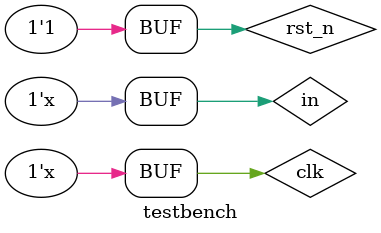
<source format=v>
`timescale 1ns / 1ps


module testbench;
    reg clk;
    reg rst_n;
    reg in;
    wire [3:0]ten;
    wire [3:0]digit;
    wire [14:0]led;
    wire state_led;
    
    stopwatch U3(
    .in(in),
    .rst_n(rst_n),
    .clk(clk),
    .ten(ten),
    .digit(digit),
    .led(led),
    .state_led(state_led)
        );
        
    initial
    begin
        in = 0; rst_n = 0; clk = 0;
        #10 rst_n = 1;
       
    end
     always
               #1 clk = (~clk);
    always
               #5 in = (~in);
            
endmodule

</source>
